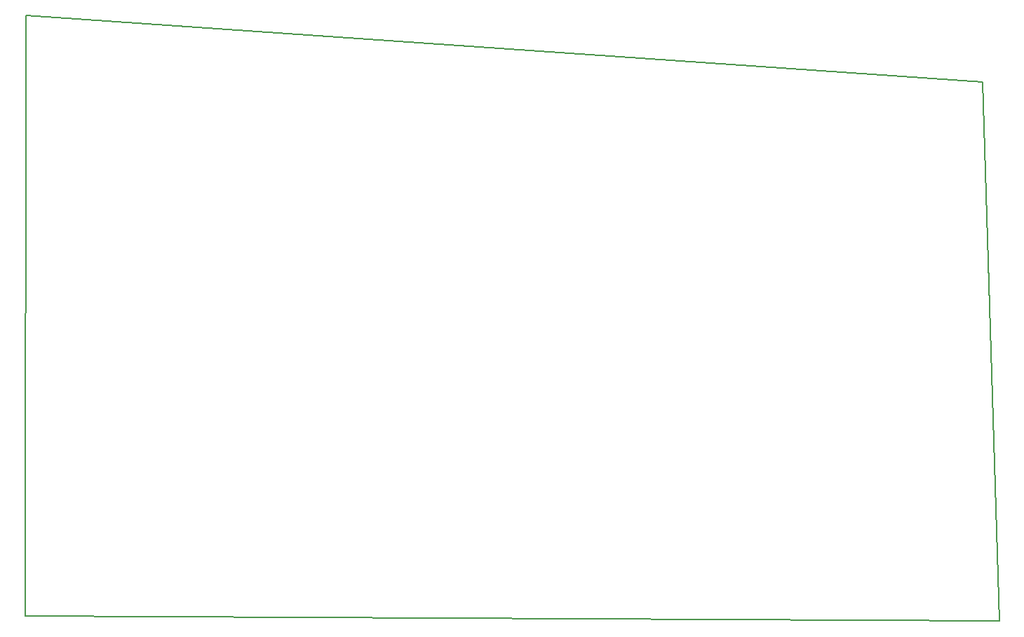
<source format=gm1>
G04 #@! TF.GenerationSoftware,KiCad,Pcbnew,(5.1.9)-1*
G04 #@! TF.CreationDate,2021-04-19T00:56:38+02:00*
G04 #@! TF.ProjectId,geiger,67656967-6572-42e6-9b69-6361645f7063,rev?*
G04 #@! TF.SameCoordinates,Original*
G04 #@! TF.FileFunction,Profile,NP*
%FSLAX46Y46*%
G04 Gerber Fmt 4.6, Leading zero omitted, Abs format (unit mm)*
G04 Created by KiCad (PCBNEW (5.1.9)-1) date 2021-04-19 00:56:38*
%MOMM*%
%LPD*%
G01*
G04 APERTURE LIST*
G04 #@! TA.AperFunction,Profile*
%ADD10C,0.150000*%
G04 #@! TD*
G04 APERTURE END LIST*
D10*
X17780000Y-124587000D02*
X17653000Y-197104000D01*
X133223000Y-132588000D02*
X17780000Y-124587000D01*
X135255000Y-197739000D02*
X133223000Y-132588000D01*
X17653000Y-197104000D02*
X135255000Y-197739000D01*
M02*

</source>
